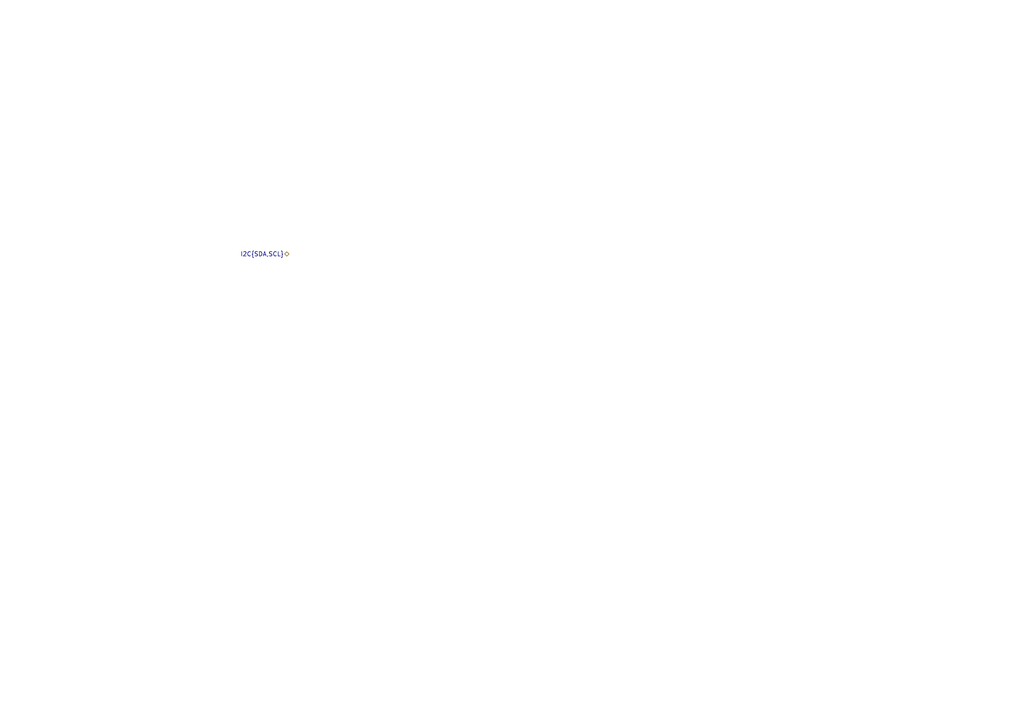
<source format=kicad_sch>
(kicad_sch
	(version 20231120)
	(generator "eeschema")
	(generator_version "8.0")
	(uuid "e936d4d3-eee1-4694-91d8-ec16f20343ff")
	(paper "A4")
	(title_block
		(title "Blackstone Flight Computer - Overview")
		(date "2024-08-02")
		(rev "Rev A")
		(company "UC Aerospace")
		(comment 1 "Project: Blackstone")
	)
	(lib_symbols)
	(hierarchical_label "I2C{SDA,SCL}"
		(shape bidirectional)
		(at 83.82 73.66 180)
		(fields_autoplaced yes)
		(effects
			(font
				(size 1.27 1.27)
			)
			(justify right)
		)
		(uuid "68b40652-8e96-474f-95c4-32a5a62f8f8f")
	)
)

</source>
